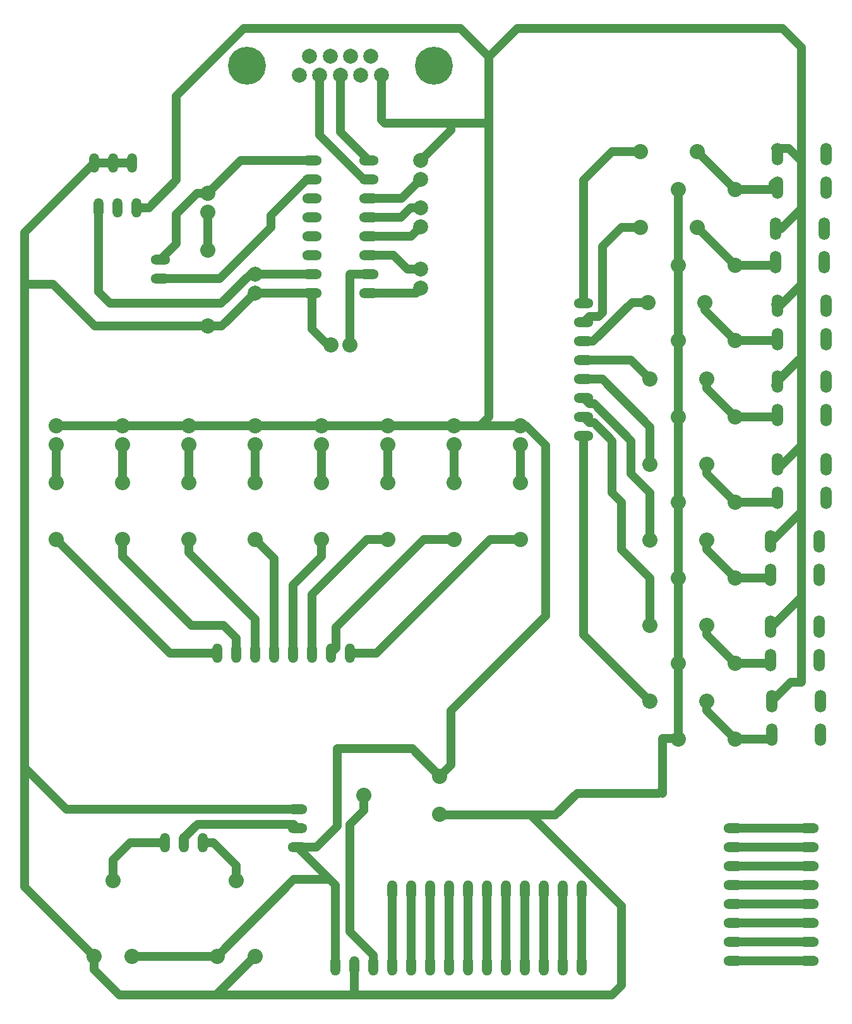
<source format=gbl>
%TF.GenerationSoftware,KiCad,Pcbnew,(5.1.6)-1*%
%TF.CreationDate,2020-09-08T14:10:30-05:00*%
%TF.ProjectId,Pr_ctica 1,5072e163-7469-4636-9120-312e6b696361,rev?*%
%TF.SameCoordinates,Original*%
%TF.FileFunction,Copper,L2,Bot*%
%TF.FilePolarity,Positive*%
%FSLAX46Y46*%
G04 Gerber Fmt 4.6, Leading zero omitted, Abs format (unit mm)*
G04 Created by KiCad (PCBNEW (5.1.6)-1) date 2020-09-08 14:10:30*
%MOMM*%
%LPD*%
G01*
G04 APERTURE LIST*
%TA.AperFunction,ComponentPad*%
%ADD10C,2.032000*%
%TD*%
%TA.AperFunction,ComponentPad*%
%ADD11O,1.320800X2.641600*%
%TD*%
%TA.AperFunction,ComponentPad*%
%ADD12O,2.641600X1.320800*%
%TD*%
%TA.AperFunction,ComponentPad*%
%ADD13C,5.080000*%
%TD*%
%TA.AperFunction,ComponentPad*%
%ADD14C,1.998980*%
%TD*%
%TA.AperFunction,ComponentPad*%
%ADD15O,1.506220X3.014980*%
%TD*%
%TA.AperFunction,Conductor*%
%ADD16C,1.200000*%
%TD*%
G04 APERTURE END LIST*
D10*
%TO.P,C3,2*%
%TO.N,Net-(C3-Pad2)*%
X103251000Y-99568000D03*
%TO.P,C3,1*%
%TO.N,+5VA*%
X100711000Y-99568000D03*
%TD*%
%TO.P,R9,1*%
%TO.N,Net-(D9-Pad2)*%
X84201000Y-86868000D03*
%TO.P,R9,2*%
%TO.N,+5VA*%
X84201000Y-97028000D03*
%TD*%
%TO.P,D3,2*%
%TO.N,Net-(D3-Pad2)*%
X108331000Y-112903000D03*
%TO.P,D3,1*%
%TO.N,GNDA*%
X108331000Y-110363000D03*
%TD*%
D11*
%TO.P,JP6,11*%
%TO.N,Net-(JP5-Pad14)*%
X134366000Y-172593000D03*
%TO.P,JP6,10*%
%TO.N,Net-(JP5-Pad13)*%
X131826000Y-172593000D03*
%TO.P,JP6,9*%
%TO.N,Net-(JP5-Pad12)*%
X129286000Y-172593000D03*
%TO.P,JP6,8*%
%TO.N,Net-(JP5-Pad11)*%
X126746000Y-172593000D03*
%TO.P,JP6,7*%
%TO.N,Net-(JP5-Pad10)*%
X124206000Y-172593000D03*
%TO.P,JP6,6*%
%TO.N,Net-(JP5-Pad9)*%
X121666000Y-172593000D03*
%TO.P,JP6,5*%
%TO.N,Net-(JP5-Pad8)*%
X119126000Y-172593000D03*
%TO.P,JP6,4*%
%TO.N,Net-(JP5-Pad7)*%
X116586000Y-172593000D03*
%TO.P,JP6,3*%
%TO.N,Net-(JP5-Pad6)*%
X114046000Y-172593000D03*
%TO.P,JP6,2*%
%TO.N,Net-(JP5-Pad5)*%
X111506000Y-172593000D03*
%TO.P,JP6,1*%
%TO.N,Net-(JP5-Pad4)*%
X108966000Y-172593000D03*
%TD*%
D12*
%TO.P,JP7,2*%
%TO.N,Net-(D9-Pad1)*%
X77851000Y-88138000D03*
%TO.P,JP7,1*%
%TO.N,Net-(JP7-Pad1)*%
X77851000Y-90678000D03*
%TD*%
D11*
%TO.P,JP3,3*%
%TO.N,Net-(JP3-Pad3)*%
X83566000Y-166243000D03*
%TO.P,JP3,2*%
%TO.N,Net-(JP3-Pad2)*%
X81026000Y-166243000D03*
%TO.P,JP3,1*%
%TO.N,Net-(JP3-Pad1)*%
X78486000Y-166243000D03*
%TD*%
D13*
%TO.P,X1,G2*%
%TO.N,N/C*%
X114503200Y-62103000D03*
%TO.P,X1,G1*%
X89458800Y-62103000D03*
D14*
%TO.P,X1,9*%
X106095800Y-60833000D03*
%TO.P,X1,8*%
X103352600Y-60833000D03*
%TO.P,X1,7*%
X100609400Y-60833000D03*
%TO.P,X1,6*%
X97866200Y-60833000D03*
%TO.P,X1,5*%
%TO.N,GNDA*%
X107467400Y-63373000D03*
%TO.P,X1,4*%
%TO.N,N/C*%
X104724200Y-63373000D03*
%TO.P,X1,3*%
%TO.N,Net-(U2-Pad8)*%
X101981000Y-63373000D03*
%TO.P,X1,2*%
%TO.N,Net-(U2-Pad7)*%
X99237800Y-63373000D03*
%TO.P,X1,1*%
%TO.N,N/C*%
X96494600Y-63373000D03*
%TD*%
D12*
%TO.P,U2,16*%
%TO.N,+5VA*%
X98171000Y-92583000D03*
%TO.P,U2,15*%
%TO.N,GNDA*%
X98171000Y-90043000D03*
%TO.P,U2,14*%
%TO.N,N/C*%
X98171000Y-87503000D03*
%TO.P,U2,13*%
X98171000Y-84963000D03*
%TO.P,U2,12*%
X98171000Y-82423000D03*
%TO.P,U2,11*%
X98171000Y-79883000D03*
%TO.P,U2,10*%
%TO.N,Net-(JP7-Pad1)*%
X98171000Y-77343000D03*
%TO.P,U2,9*%
%TO.N,Net-(D9-Pad1)*%
X98171000Y-74803000D03*
%TO.P,U2,8*%
%TO.N,Net-(U2-Pad8)*%
X105791000Y-74803000D03*
%TO.P,U2,7*%
%TO.N,Net-(U2-Pad7)*%
X105791000Y-77343000D03*
%TO.P,U2,6*%
%TO.N,Net-(C4-Pad2)*%
X105791000Y-79883000D03*
%TO.P,U2,5*%
%TO.N,Net-(C2-Pad2)*%
X105791000Y-82423000D03*
%TO.P,U2,4*%
%TO.N,Net-(C2-Pad1)*%
X105791000Y-84963000D03*
%TO.P,U2,3*%
%TO.N,Net-(C1-Pad2)*%
X105791000Y-87503000D03*
%TO.P,U2,2*%
%TO.N,Net-(C3-Pad2)*%
X105791000Y-90043000D03*
%TO.P,U2,1*%
%TO.N,Net-(C1-Pad1)*%
X105791000Y-92583000D03*
%TD*%
%TO.P,U1,1*%
%TO.N,+5VA*%
X96266000Y-161798000D03*
%TO.P,U1,2*%
%TO.N,Net-(JP3-Pad2)*%
X96266000Y-164338000D03*
%TO.P,U1,3*%
%TO.N,GNDA*%
X96266000Y-166878000D03*
%TD*%
D15*
%TO.P,S8,4*%
%TO.N,N/C*%
X167078660Y-78447900D03*
%TO.P,S8,3*%
%TO.N,Net-(R17-Pad2)*%
X160581340Y-78447900D03*
%TO.P,S8,2*%
%TO.N,N/C*%
X167078660Y-73952100D03*
%TO.P,S8,1*%
%TO.N,GNDA*%
X160581340Y-73952100D03*
%TD*%
%TO.P,S7,4*%
%TO.N,N/C*%
X166824660Y-88480900D03*
%TO.P,S7,3*%
%TO.N,Net-(R16-Pad2)*%
X160327340Y-88480900D03*
%TO.P,S7,2*%
%TO.N,N/C*%
X166824660Y-83985100D03*
%TO.P,S7,1*%
%TO.N,GNDA*%
X160327340Y-83985100D03*
%TD*%
%TO.P,S6,4*%
%TO.N,N/C*%
X167078660Y-98767900D03*
%TO.P,S6,3*%
%TO.N,Net-(R15-Pad2)*%
X160581340Y-98767900D03*
%TO.P,S6,2*%
%TO.N,N/C*%
X167078660Y-94272100D03*
%TO.P,S6,1*%
%TO.N,GNDA*%
X160581340Y-94272100D03*
%TD*%
%TO.P,S5,4*%
%TO.N,N/C*%
X167078660Y-108927900D03*
%TO.P,S5,3*%
%TO.N,Net-(R14-Pad2)*%
X160581340Y-108927900D03*
%TO.P,S5,2*%
%TO.N,N/C*%
X167078660Y-104432100D03*
%TO.P,S5,1*%
%TO.N,GNDA*%
X160581340Y-104432100D03*
%TD*%
%TO.P,S4,4*%
%TO.N,N/C*%
X167112977Y-120065800D03*
%TO.P,S4,3*%
%TO.N,Net-(R13-Pad2)*%
X160615657Y-120065800D03*
%TO.P,S4,2*%
%TO.N,N/C*%
X167112977Y-115570000D03*
%TO.P,S4,1*%
%TO.N,GNDA*%
X160615657Y-115570000D03*
%TD*%
%TO.P,S3,4*%
%TO.N,N/C*%
X166189660Y-130390900D03*
%TO.P,S3,3*%
%TO.N,Net-(R12-Pad2)*%
X159692340Y-130390900D03*
%TO.P,S3,2*%
%TO.N,N/C*%
X166189660Y-125895100D03*
%TO.P,S3,1*%
%TO.N,GNDA*%
X159692340Y-125895100D03*
%TD*%
%TO.P,S2,4*%
%TO.N,N/C*%
X166189660Y-141820900D03*
%TO.P,S2,3*%
%TO.N,Net-(R11-Pad2)*%
X159692340Y-141820900D03*
%TO.P,S2,2*%
%TO.N,N/C*%
X166189660Y-137325100D03*
%TO.P,S2,1*%
%TO.N,GNDA*%
X159692340Y-137325100D03*
%TD*%
%TO.P,S1,4*%
%TO.N,N/C*%
X166370000Y-151815800D03*
%TO.P,S1,3*%
%TO.N,Net-(R10-Pad2)*%
X159872680Y-151815800D03*
%TO.P,S1,2*%
%TO.N,N/C*%
X166370000Y-147320000D03*
%TO.P,S1,1*%
%TO.N,GNDA*%
X159872680Y-147320000D03*
%TD*%
D10*
%TO.P,RV3,1*%
%TO.N,+5VA*%
X115316000Y-162433000D03*
%TO.P,RV3,2*%
%TO.N,Net-(JP5-Pad3)*%
X105156000Y-159893000D03*
%TO.P,RV3,3*%
%TO.N,GNDA*%
X115316000Y-157353000D03*
%TD*%
%TO.P,RV2,1*%
%TO.N,GNDA*%
X85471000Y-181483000D03*
%TO.P,RV2,2*%
%TO.N,Net-(JP3-Pad3)*%
X88011000Y-171323000D03*
%TO.P,RV2,3*%
%TO.N,+5VA*%
X90551000Y-181483000D03*
%TD*%
%TO.P,RV1,1*%
%TO.N,+5VA*%
X68961000Y-181483000D03*
%TO.P,RV1,2*%
%TO.N,Net-(JP3-Pad1)*%
X71501000Y-171323000D03*
%TO.P,RV1,3*%
%TO.N,GNDA*%
X74041000Y-181483000D03*
%TD*%
%TO.P,R25,2*%
%TO.N,Net-(R17-Pad2)*%
X154940000Y-78740000D03*
%TO.P,R25,1*%
%TO.N,+5VA*%
X147320000Y-78740000D03*
%TD*%
%TO.P,R24,2*%
%TO.N,Net-(R16-Pad2)*%
X154940000Y-88900000D03*
%TO.P,R24,1*%
%TO.N,+5VA*%
X147320000Y-88900000D03*
%TD*%
%TO.P,R23,2*%
%TO.N,Net-(R15-Pad2)*%
X154940000Y-98933000D03*
%TO.P,R23,1*%
%TO.N,+5VA*%
X147320000Y-98933000D03*
%TD*%
%TO.P,R22,2*%
%TO.N,Net-(R14-Pad2)*%
X154940000Y-109220000D03*
%TO.P,R22,1*%
%TO.N,+5VA*%
X147320000Y-109220000D03*
%TD*%
%TO.P,R21,2*%
%TO.N,Net-(R13-Pad2)*%
X154940000Y-120650000D03*
%TO.P,R21,1*%
%TO.N,+5VA*%
X147320000Y-120650000D03*
%TD*%
%TO.P,R20,2*%
%TO.N,Net-(R12-Pad2)*%
X154940000Y-130810000D03*
%TO.P,R20,1*%
%TO.N,+5VA*%
X147320000Y-130810000D03*
%TD*%
%TO.P,R19,2*%
%TO.N,Net-(R11-Pad2)*%
X154940000Y-142240000D03*
%TO.P,R19,1*%
%TO.N,+5VA*%
X147320000Y-142240000D03*
%TD*%
%TO.P,R18,2*%
%TO.N,Net-(R10-Pad2)*%
X154940000Y-152400000D03*
%TO.P,R18,1*%
%TO.N,+5VA*%
X147320000Y-152400000D03*
%TD*%
%TO.P,R17,2*%
%TO.N,Net-(R17-Pad2)*%
X149860000Y-73660000D03*
%TO.P,R17,1*%
%TO.N,Net-(JP8-Pad8)*%
X142240000Y-73660000D03*
%TD*%
%TO.P,R16,2*%
%TO.N,Net-(R16-Pad2)*%
X149860000Y-83820000D03*
%TO.P,R16,1*%
%TO.N,Net-(JP8-Pad7)*%
X142240000Y-83820000D03*
%TD*%
%TO.P,R15,2*%
%TO.N,Net-(R15-Pad2)*%
X150876000Y-93853000D03*
%TO.P,R15,1*%
%TO.N,Net-(JP8-Pad6)*%
X143256000Y-93853000D03*
%TD*%
%TO.P,R14,2*%
%TO.N,Net-(R14-Pad2)*%
X151130000Y-104140000D03*
%TO.P,R14,1*%
%TO.N,Net-(JP8-Pad5)*%
X143510000Y-104140000D03*
%TD*%
%TO.P,R13,2*%
%TO.N,Net-(R13-Pad2)*%
X151130000Y-115570000D03*
%TO.P,R13,1*%
%TO.N,Net-(JP8-Pad4)*%
X143510000Y-115570000D03*
%TD*%
%TO.P,R12,2*%
%TO.N,Net-(R12-Pad2)*%
X151130000Y-125730000D03*
%TO.P,R12,1*%
%TO.N,Net-(JP8-Pad3)*%
X143510000Y-125730000D03*
%TD*%
%TO.P,R11,2*%
%TO.N,Net-(R11-Pad2)*%
X151130000Y-137160000D03*
%TO.P,R11,1*%
%TO.N,Net-(JP8-Pad2)*%
X143510000Y-137160000D03*
%TD*%
%TO.P,R10,2*%
%TO.N,Net-(R10-Pad2)*%
X151130000Y-147320000D03*
%TO.P,R10,1*%
%TO.N,Net-(JP8-Pad1)*%
X143510000Y-147320000D03*
%TD*%
%TO.P,R8,2*%
%TO.N,Net-(D8-Pad2)*%
X63881000Y-117983000D03*
%TO.P,R8,1*%
%TO.N,Net-(JP4-Pad8)*%
X63881000Y-125603000D03*
%TD*%
%TO.P,R7,2*%
%TO.N,Net-(D7-Pad2)*%
X72771000Y-117983000D03*
%TO.P,R7,1*%
%TO.N,Net-(JP4-Pad7)*%
X72771000Y-125603000D03*
%TD*%
%TO.P,R6,2*%
%TO.N,Net-(D6-Pad2)*%
X81661000Y-117983000D03*
%TO.P,R6,1*%
%TO.N,Net-(JP4-Pad6)*%
X81661000Y-125603000D03*
%TD*%
%TO.P,R5,2*%
%TO.N,Net-(D5-Pad2)*%
X90551000Y-117983000D03*
%TO.P,R5,1*%
%TO.N,Net-(JP4-Pad5)*%
X90551000Y-125603000D03*
%TD*%
%TO.P,R4,2*%
%TO.N,Net-(D4-Pad2)*%
X99441000Y-117983000D03*
%TO.P,R4,1*%
%TO.N,Net-(JP4-Pad4)*%
X99441000Y-125603000D03*
%TD*%
%TO.P,R3,2*%
%TO.N,Net-(D3-Pad2)*%
X108331000Y-117983000D03*
%TO.P,R3,1*%
%TO.N,Net-(JP4-Pad3)*%
X108331000Y-125603000D03*
%TD*%
%TO.P,R2,2*%
%TO.N,Net-(D2-Pad2)*%
X117221000Y-117983000D03*
%TO.P,R2,1*%
%TO.N,Net-(JP4-Pad2)*%
X117221000Y-125603000D03*
%TD*%
%TO.P,R1,2*%
%TO.N,Net-(D1-Pad2)*%
X126111000Y-117983000D03*
%TO.P,R1,1*%
%TO.N,Net-(JP4-Pad1)*%
X126111000Y-125603000D03*
%TD*%
D12*
%TO.P,JP10,1*%
%TO.N,Net-(JP10-Pad1)*%
X154686000Y-182118000D03*
%TO.P,JP10,2*%
%TO.N,Net-(JP10-Pad2)*%
X154686000Y-179578000D03*
%TO.P,JP10,3*%
%TO.N,Net-(JP10-Pad3)*%
X154686000Y-177038000D03*
%TO.P,JP10,4*%
%TO.N,Net-(JP10-Pad4)*%
X154686000Y-174498000D03*
%TO.P,JP10,5*%
%TO.N,Net-(JP10-Pad5)*%
X154686000Y-171958000D03*
%TO.P,JP10,6*%
%TO.N,Net-(JP10-Pad6)*%
X154686000Y-169418000D03*
%TO.P,JP10,7*%
%TO.N,Net-(JP10-Pad7)*%
X154686000Y-166878000D03*
%TO.P,JP10,8*%
%TO.N,Net-(JP10-Pad8)*%
X154686000Y-164338000D03*
%TD*%
%TO.P,JP9,1*%
%TO.N,Net-(JP10-Pad1)*%
X164846000Y-182118000D03*
%TO.P,JP9,2*%
%TO.N,Net-(JP10-Pad2)*%
X164846000Y-179578000D03*
%TO.P,JP9,3*%
%TO.N,Net-(JP10-Pad3)*%
X164846000Y-177038000D03*
%TO.P,JP9,4*%
%TO.N,Net-(JP10-Pad4)*%
X164846000Y-174498000D03*
%TO.P,JP9,5*%
%TO.N,Net-(JP10-Pad5)*%
X164846000Y-171958000D03*
%TO.P,JP9,6*%
%TO.N,Net-(JP10-Pad6)*%
X164846000Y-169418000D03*
%TO.P,JP9,7*%
%TO.N,Net-(JP10-Pad7)*%
X164846000Y-166878000D03*
%TO.P,JP9,8*%
%TO.N,Net-(JP10-Pad8)*%
X164846000Y-164338000D03*
%TD*%
%TO.P,JP8,1*%
%TO.N,Net-(JP8-Pad1)*%
X134620000Y-111760000D03*
%TO.P,JP8,2*%
%TO.N,Net-(JP8-Pad2)*%
X134620000Y-109220000D03*
%TO.P,JP8,3*%
%TO.N,Net-(JP8-Pad3)*%
X134620000Y-106680000D03*
%TO.P,JP8,4*%
%TO.N,Net-(JP8-Pad4)*%
X134620000Y-104140000D03*
%TO.P,JP8,5*%
%TO.N,Net-(JP8-Pad5)*%
X134620000Y-101600000D03*
%TO.P,JP8,6*%
%TO.N,Net-(JP8-Pad6)*%
X134620000Y-99060000D03*
%TO.P,JP8,7*%
%TO.N,Net-(JP8-Pad7)*%
X134620000Y-96520000D03*
%TO.P,JP8,8*%
%TO.N,Net-(JP8-Pad8)*%
X134620000Y-93980000D03*
%TD*%
D11*
%TO.P,JP5,1*%
%TO.N,GNDA*%
X101346000Y-182753000D03*
%TO.P,JP5,2*%
%TO.N,+5VA*%
X103886000Y-182753000D03*
%TO.P,JP5,3*%
%TO.N,Net-(JP5-Pad3)*%
X106426000Y-182753000D03*
%TO.P,JP5,4*%
%TO.N,Net-(JP5-Pad4)*%
X108966000Y-182753000D03*
%TO.P,JP5,5*%
%TO.N,Net-(JP5-Pad5)*%
X111506000Y-182753000D03*
%TO.P,JP5,6*%
%TO.N,Net-(JP5-Pad6)*%
X114046000Y-182753000D03*
%TO.P,JP5,7*%
%TO.N,Net-(JP5-Pad7)*%
X116586000Y-182753000D03*
%TO.P,JP5,8*%
%TO.N,Net-(JP5-Pad8)*%
X119126000Y-182753000D03*
%TO.P,JP5,9*%
%TO.N,Net-(JP5-Pad9)*%
X121666000Y-182753000D03*
%TO.P,JP5,10*%
%TO.N,Net-(JP5-Pad10)*%
X124206000Y-182753000D03*
%TO.P,JP5,11*%
%TO.N,Net-(JP5-Pad11)*%
X126746000Y-182753000D03*
%TO.P,JP5,12*%
%TO.N,Net-(JP5-Pad12)*%
X129286000Y-182753000D03*
%TO.P,JP5,13*%
%TO.N,Net-(JP5-Pad13)*%
X131826000Y-182753000D03*
%TO.P,JP5,14*%
%TO.N,Net-(JP5-Pad14)*%
X134366000Y-182753000D03*
%TD*%
%TO.P,JP4,1*%
%TO.N,Net-(JP4-Pad1)*%
X103251000Y-140843000D03*
%TO.P,JP4,2*%
%TO.N,Net-(JP4-Pad2)*%
X100711000Y-140843000D03*
%TO.P,JP4,3*%
%TO.N,Net-(JP4-Pad3)*%
X98171000Y-140843000D03*
%TO.P,JP4,4*%
%TO.N,Net-(JP4-Pad4)*%
X95631000Y-140843000D03*
%TO.P,JP4,5*%
%TO.N,Net-(JP4-Pad5)*%
X93091000Y-140843000D03*
%TO.P,JP4,6*%
%TO.N,Net-(JP4-Pad6)*%
X90551000Y-140843000D03*
%TO.P,JP4,7*%
%TO.N,Net-(JP4-Pad7)*%
X88011000Y-140843000D03*
%TO.P,JP4,8*%
%TO.N,Net-(JP4-Pad8)*%
X85471000Y-140843000D03*
%TD*%
%TO.P,JP3,1*%
%TO.N,Net-(JP3-Pad1)*%
X78486000Y-166243000D03*
%TO.P,JP3,2*%
%TO.N,Net-(JP3-Pad2)*%
X81026000Y-166243000D03*
%TO.P,JP3,3*%
%TO.N,Net-(JP3-Pad3)*%
X83566000Y-166243000D03*
%TD*%
%TO.P,JP2,1*%
%TO.N,+5VA*%
X68961000Y-75184000D03*
%TO.P,JP2,2*%
X71501000Y-75184000D03*
%TO.P,JP2,3*%
X74041000Y-75184000D03*
%TD*%
%TO.P,JP1,1*%
%TO.N,GNDA*%
X69596000Y-81153000D03*
%TO.P,JP1,2*%
X72136000Y-81153000D03*
%TO.P,JP1,3*%
X74676000Y-81153000D03*
%TD*%
D10*
%TO.P,D9,2*%
%TO.N,Net-(D9-Pad2)*%
X84201000Y-81788000D03*
%TO.P,D9,1*%
%TO.N,Net-(D9-Pad1)*%
X84201000Y-79248000D03*
%TD*%
%TO.P,D8,2*%
%TO.N,Net-(D8-Pad2)*%
X63881000Y-112903000D03*
%TO.P,D8,1*%
%TO.N,GNDA*%
X63881000Y-110363000D03*
%TD*%
%TO.P,D7,2*%
%TO.N,Net-(D7-Pad2)*%
X72771000Y-112903000D03*
%TO.P,D7,1*%
%TO.N,GNDA*%
X72771000Y-110363000D03*
%TD*%
%TO.P,D6,2*%
%TO.N,Net-(D6-Pad2)*%
X81661000Y-112903000D03*
%TO.P,D6,1*%
%TO.N,GNDA*%
X81661000Y-110363000D03*
%TD*%
%TO.P,D5,2*%
%TO.N,Net-(D5-Pad2)*%
X90551000Y-112903000D03*
%TO.P,D5,1*%
%TO.N,GNDA*%
X90551000Y-110363000D03*
%TD*%
%TO.P,D4,2*%
%TO.N,Net-(D4-Pad2)*%
X99441000Y-112903000D03*
%TO.P,D4,1*%
%TO.N,GNDA*%
X99441000Y-110363000D03*
%TD*%
%TO.P,D2,2*%
%TO.N,Net-(D2-Pad2)*%
X117221000Y-112903000D03*
%TO.P,D2,1*%
%TO.N,GNDA*%
X117221000Y-110363000D03*
%TD*%
%TO.P,D1,2*%
%TO.N,Net-(D1-Pad2)*%
X126111000Y-112903000D03*
%TO.P,D1,1*%
%TO.N,GNDA*%
X126111000Y-110363000D03*
%TD*%
D14*
%TO.P,C5,2*%
%TO.N,GNDA*%
X90551000Y-90043000D03*
%TO.P,C5,1*%
%TO.N,+5VA*%
X90551000Y-92583000D03*
%TD*%
%TO.P,C4,2*%
%TO.N,Net-(C4-Pad2)*%
X112776000Y-77343000D03*
%TO.P,C4,1*%
%TO.N,GNDA*%
X112776000Y-74803000D03*
%TD*%
%TO.P,C2,2*%
%TO.N,Net-(C2-Pad2)*%
X112776000Y-81153000D03*
%TO.P,C2,1*%
%TO.N,Net-(C2-Pad1)*%
X112776000Y-83693000D03*
%TD*%
%TO.P,C1,2*%
%TO.N,Net-(C1-Pad2)*%
X112776000Y-89408000D03*
%TO.P,C1,1*%
%TO.N,Net-(C1-Pad1)*%
X112776000Y-91948000D03*
%TD*%
D16*
%TO.N,Net-(C1-Pad1)*%
X112141000Y-92583000D02*
X112776000Y-91948000D01*
X105791000Y-92583000D02*
X112141000Y-92583000D01*
%TO.N,Net-(C1-Pad2)*%
X112776000Y-89408000D02*
X110998000Y-89408000D01*
X109093000Y-87503000D02*
X105791000Y-87503000D01*
X110998000Y-89408000D02*
X109093000Y-87503000D01*
%TO.N,Net-(C2-Pad1)*%
X111506000Y-84963000D02*
X105791000Y-84963000D01*
X112776000Y-83693000D02*
X111506000Y-84963000D01*
%TO.N,Net-(C2-Pad2)*%
X110111490Y-82423000D02*
X105791000Y-82423000D01*
X111381490Y-81153000D02*
X110111490Y-82423000D01*
X112776000Y-81153000D02*
X111381490Y-81153000D01*
%TO.N,Net-(C3-Pad2)*%
X103270200Y-90043000D02*
X105791000Y-90043000D01*
X103251000Y-90062200D02*
X103270200Y-90043000D01*
X103251000Y-99568000D02*
X103251000Y-90062200D01*
%TO.N,GNDA*%
X107467400Y-63373000D02*
X107467400Y-69367400D01*
X107467400Y-69367400D02*
X107950000Y-69850000D01*
X112776000Y-74803000D02*
X116840000Y-70739000D01*
X116840000Y-70739000D02*
X116840000Y-69850000D01*
X107950000Y-69850000D02*
X116840000Y-69850000D01*
X90551000Y-90043000D02*
X98171000Y-90043000D01*
X69596000Y-81153000D02*
X69596000Y-92456000D01*
X69596000Y-92456000D02*
X71120000Y-93980000D01*
X86034912Y-93980000D02*
X89971912Y-90043000D01*
X89971912Y-90043000D02*
X90551000Y-90043000D01*
X71120000Y-93980000D02*
X86034912Y-93980000D01*
X121920000Y-60960000D02*
X121920000Y-69850000D01*
X76327000Y-81153000D02*
X80010000Y-77470000D01*
X74676000Y-81153000D02*
X76327000Y-81153000D01*
X80010000Y-77470000D02*
X80010000Y-66152758D01*
X121920000Y-69850000D02*
X116840000Y-69850000D01*
X80010000Y-66152758D02*
X89012758Y-57150000D01*
X118110000Y-57150000D02*
X121920000Y-60960000D01*
X89012758Y-57150000D02*
X118110000Y-57150000D01*
X121920000Y-109220000D02*
X120777000Y-110363000D01*
X126111000Y-110363000D02*
X120777000Y-110363000D01*
X121920000Y-69850000D02*
X121920000Y-109220000D01*
X120777000Y-110363000D02*
X63881000Y-110363000D01*
X74041000Y-181483000D02*
X85471000Y-181483000D01*
X101346000Y-182753000D02*
X101346000Y-171958000D01*
X100584000Y-171196000D02*
X95758000Y-171196000D01*
X100584000Y-171196000D02*
X96266000Y-166878000D01*
X95758000Y-171196000D02*
X85471000Y-181483000D01*
X101346000Y-171958000D02*
X100584000Y-171196000D01*
X98786800Y-166878000D02*
X101600000Y-164064800D01*
X96266000Y-166878000D02*
X98786800Y-166878000D01*
X101600000Y-164064800D02*
X101600000Y-153670000D01*
X121920000Y-60960000D02*
X125730000Y-57150000D01*
X162397440Y-144780000D02*
X159692340Y-147485100D01*
X163830000Y-144780000D02*
X162397440Y-144780000D01*
X162090100Y-73190100D02*
X163830000Y-74930000D01*
X160327340Y-73190100D02*
X162090100Y-73190100D01*
X163830000Y-68580000D02*
X163830000Y-74930000D01*
X161124900Y-83985100D02*
X163830000Y-81280000D01*
X163830000Y-74930000D02*
X163830000Y-81280000D01*
X160327340Y-83985100D02*
X161124900Y-83985100D01*
X161124900Y-94145100D02*
X163830000Y-91440000D01*
X160327340Y-94145100D02*
X161124900Y-94145100D01*
X163830000Y-81280000D02*
X163830000Y-91440000D01*
X160327340Y-104940100D02*
X160489900Y-104940100D01*
X163830000Y-91440000D02*
X163830000Y-101600000D01*
X161124900Y-115735100D02*
X163830000Y-113030000D01*
X163830000Y-101600000D02*
X163830000Y-113030000D01*
X159854900Y-125895100D02*
X163830000Y-121920000D01*
X159692340Y-125895100D02*
X159854900Y-125895100D01*
X163830000Y-113030000D02*
X163830000Y-121920000D01*
X159692340Y-137325100D02*
X159854900Y-137325100D01*
X159854900Y-137325100D02*
X163830000Y-133350000D01*
X163830000Y-121920000D02*
X163830000Y-133350000D01*
X163830000Y-133350000D02*
X163830000Y-144780000D01*
X163413440Y-101600000D02*
X160581340Y-104432100D01*
X163830000Y-101600000D02*
X163413440Y-101600000D01*
X125730000Y-57150000D02*
X161290000Y-57150000D01*
X163830000Y-59690000D02*
X163830000Y-68580000D01*
X161290000Y-57150000D02*
X163830000Y-59690000D01*
X111633000Y-153670000D02*
X115316000Y-157353000D01*
X101600000Y-153670000D02*
X111633000Y-153670000D01*
X116840000Y-155829000D02*
X115316000Y-157353000D01*
X126873000Y-110363000D02*
X129540000Y-113030000D01*
X126111000Y-110363000D02*
X126873000Y-110363000D01*
X129540000Y-113030000D02*
X129540000Y-135890000D01*
X116840000Y-148590000D02*
X116840000Y-155829000D01*
X129540000Y-135890000D02*
X116840000Y-148590000D01*
%TO.N,Net-(C4-Pad2)*%
X110236000Y-79883000D02*
X105791000Y-79883000D01*
X112776000Y-77343000D02*
X110236000Y-79883000D01*
%TO.N,Net-(D1-Pad2)*%
X126111000Y-112903000D02*
X126111000Y-117983000D01*
%TO.N,Net-(D2-Pad2)*%
X117221000Y-112903000D02*
X117221000Y-117983000D01*
%TO.N,Net-(D3-Pad2)*%
X108331000Y-112903000D02*
X108331000Y-117983000D01*
%TO.N,Net-(D4-Pad2)*%
X99441000Y-112903000D02*
X99441000Y-117983000D01*
%TO.N,Net-(D5-Pad2)*%
X90551000Y-117983000D02*
X90551000Y-112903000D01*
%TO.N,Net-(D6-Pad2)*%
X81661000Y-112903000D02*
X81661000Y-117983000D01*
%TO.N,Net-(D7-Pad2)*%
X72771000Y-112903000D02*
X72771000Y-117983000D01*
%TO.N,Net-(D8-Pad2)*%
X63881000Y-112903000D02*
X63881000Y-117983000D01*
%TO.N,Net-(D9-Pad1)*%
X88646000Y-74803000D02*
X98171000Y-74803000D01*
X84201000Y-79248000D02*
X88646000Y-74803000D01*
X82764160Y-79248000D02*
X80010000Y-82002160D01*
X84201000Y-79248000D02*
X82764160Y-79248000D01*
X80010000Y-85979000D02*
X77851000Y-88138000D01*
X80010000Y-82002160D02*
X80010000Y-85979000D01*
%TO.N,Net-(D9-Pad2)*%
X84201000Y-81788000D02*
X84201000Y-86868000D01*
%TO.N,+5VA*%
X97018410Y-92583000D02*
X98171000Y-92583000D01*
X98171000Y-92583000D02*
X98171000Y-97409000D01*
X100330000Y-99568000D02*
X100711000Y-99568000D01*
X98171000Y-97409000D02*
X100330000Y-99568000D01*
X90551000Y-92583000D02*
X97018410Y-92583000D01*
X59690000Y-84455000D02*
X68961000Y-75184000D01*
X68961000Y-75184000D02*
X74041000Y-75184000D01*
X68961000Y-181483000D02*
X68961000Y-183261000D01*
X68961000Y-183261000D02*
X72390000Y-186690000D01*
X85344000Y-186690000D02*
X90551000Y-181483000D01*
X72390000Y-186690000D02*
X85344000Y-186690000D01*
X138430000Y-186690000D02*
X139700000Y-185420000D01*
X139700000Y-174765691D02*
X127494309Y-162560000D01*
X139700000Y-185420000D02*
X139700000Y-174765691D01*
X115443000Y-162560000D02*
X115316000Y-162433000D01*
X127494309Y-162560000D02*
X115443000Y-162560000D01*
X127494309Y-162560000D02*
X130810000Y-162560000D01*
X130810000Y-162560000D02*
X133731000Y-159639000D01*
X103886000Y-186436000D02*
X104140000Y-186690000D01*
X103886000Y-182753000D02*
X103886000Y-186436000D01*
X85344000Y-186690000D02*
X104140000Y-186690000D01*
X104140000Y-186690000D02*
X138430000Y-186690000D01*
X147320000Y-152400000D02*
X147320000Y-142240000D01*
X147320000Y-130810000D02*
X147320000Y-142240000D01*
X147320000Y-130810000D02*
X147320000Y-120650000D01*
X147320000Y-120650000D02*
X147320000Y-109220000D01*
X147320000Y-98933000D02*
X147320000Y-107950000D01*
X147320000Y-107950000D02*
X147320000Y-109220000D01*
X147320000Y-88900000D02*
X147320000Y-98933000D01*
X147320000Y-88900000D02*
X147320000Y-78740000D01*
X59690000Y-91440000D02*
X63500000Y-91440000D01*
X63500000Y-91440000D02*
X69088000Y-97028000D01*
X69088000Y-97028000D02*
X84201000Y-97028000D01*
X147193000Y-152273000D02*
X147320000Y-152400000D01*
X145161000Y-152273000D02*
X147193000Y-152273000D01*
X96266000Y-161798000D02*
X65278000Y-161798000D01*
X65278000Y-161798000D02*
X59690000Y-156210000D01*
X59690000Y-101600000D02*
X59690000Y-90170000D01*
X59690000Y-91440000D02*
X59690000Y-90170000D01*
X59690000Y-90170000D02*
X59690000Y-84455000D01*
X144653000Y-159639000D02*
X145161000Y-159131000D01*
X133731000Y-159639000D02*
X144653000Y-159639000D01*
X145161000Y-159639000D02*
X145161000Y-159131000D01*
X145161000Y-159131000D02*
X145161000Y-152273000D01*
X86106000Y-97028000D02*
X90551000Y-92583000D01*
X84201000Y-97028000D02*
X86106000Y-97028000D01*
X59690000Y-172212000D02*
X68961000Y-181483000D01*
X59690000Y-154940000D02*
X59690000Y-172212000D01*
X59690000Y-154940000D02*
X59690000Y-101600000D01*
X59690000Y-156210000D02*
X59690000Y-154940000D01*
%TO.N,Net-(JP3-Pad3)*%
X83566000Y-166243000D02*
X84963000Y-166243000D01*
X88011000Y-169291000D02*
X88011000Y-171323000D01*
X84963000Y-166243000D02*
X88011000Y-169291000D01*
%TO.N,Net-(JP3-Pad2)*%
X81026000Y-165621691D02*
X81026000Y-166243000D01*
X95742190Y-163814190D02*
X82833501Y-163814190D01*
X82833501Y-163814190D02*
X81026000Y-165621691D01*
X96266000Y-164338000D02*
X95742190Y-163814190D01*
%TO.N,Net-(JP3-Pad1)*%
X78486000Y-166243000D02*
X73787000Y-166243000D01*
X71501000Y-168529000D02*
X71501000Y-171323000D01*
X73787000Y-166243000D02*
X71501000Y-168529000D01*
%TO.N,Net-(JP4-Pad8)*%
X79121000Y-140843000D02*
X85471000Y-140843000D01*
X63881000Y-125603000D02*
X79121000Y-140843000D01*
%TO.N,Net-(JP4-Pad7)*%
X72771000Y-125603000D02*
X72771000Y-127889000D01*
X72771000Y-127889000D02*
X82042000Y-137160000D01*
X88011000Y-138811000D02*
X88011000Y-140843000D01*
X86360000Y-137160000D02*
X88011000Y-138811000D01*
X82042000Y-137160000D02*
X86360000Y-137160000D01*
%TO.N,Net-(JP4-Pad6)*%
X81661000Y-125603000D02*
X81661000Y-127381000D01*
X90551000Y-136271000D02*
X90551000Y-140843000D01*
X81661000Y-127381000D02*
X90551000Y-136271000D01*
%TO.N,Net-(JP4-Pad5)*%
X93091000Y-128143000D02*
X93091000Y-140843000D01*
X90551000Y-125603000D02*
X93091000Y-128143000D01*
%TO.N,Net-(JP4-Pad4)*%
X99441000Y-125603000D02*
X99441000Y-127889000D01*
X95631000Y-131699000D02*
X95631000Y-140843000D01*
X99441000Y-127889000D02*
X95631000Y-131699000D01*
%TO.N,Net-(JP4-Pad3)*%
X108331000Y-125603000D02*
X105537000Y-125603000D01*
X98171000Y-132969000D02*
X98171000Y-140843000D01*
X105537000Y-125603000D02*
X98171000Y-132969000D01*
%TO.N,Net-(JP4-Pad2)*%
X101380999Y-137379001D02*
X101380999Y-140173001D01*
X101380999Y-140173001D02*
X100711000Y-140843000D01*
X113157000Y-125603000D02*
X101380999Y-137379001D01*
X117221000Y-125603000D02*
X113157000Y-125603000D01*
%TO.N,Net-(JP4-Pad1)*%
X103251000Y-140843000D02*
X106807000Y-140843000D01*
X122047000Y-125603000D02*
X126111000Y-125603000D01*
X106807000Y-140843000D02*
X122047000Y-125603000D01*
%TO.N,Net-(JP5-Pad14)*%
X134366000Y-172593000D02*
X134366000Y-182753000D01*
%TO.N,Net-(JP5-Pad13)*%
X131826000Y-172593000D02*
X131826000Y-182753000D01*
%TO.N,Net-(JP5-Pad12)*%
X129286000Y-172593000D02*
X129286000Y-182753000D01*
%TO.N,Net-(JP5-Pad11)*%
X126746000Y-172593000D02*
X126746000Y-182753000D01*
%TO.N,Net-(JP5-Pad10)*%
X124206000Y-172593000D02*
X124206000Y-182753000D01*
%TO.N,Net-(JP5-Pad9)*%
X121666000Y-172593000D02*
X121666000Y-182753000D01*
%TO.N,Net-(JP5-Pad8)*%
X119126000Y-172593000D02*
X119126000Y-182753000D01*
%TO.N,Net-(JP5-Pad7)*%
X116586000Y-172593000D02*
X116586000Y-182753000D01*
%TO.N,Net-(JP5-Pad6)*%
X114046000Y-172593000D02*
X114046000Y-181356000D01*
X114046000Y-181356000D02*
X114046000Y-182753000D01*
%TO.N,Net-(JP5-Pad5)*%
X111506000Y-172593000D02*
X111506000Y-182753000D01*
%TO.N,Net-(JP5-Pad4)*%
X108966000Y-172593000D02*
X108966000Y-182753000D01*
%TO.N,Net-(JP5-Pad3)*%
X105156000Y-159893000D02*
X105156000Y-161982010D01*
X103308010Y-163830000D02*
X103308010Y-178238010D01*
X105156000Y-161982010D02*
X103308010Y-163830000D01*
X106426000Y-181356000D02*
X106426000Y-182753000D01*
X103308010Y-178238010D02*
X106426000Y-181356000D01*
%TO.N,Net-(JP7-Pad1)*%
X77851000Y-90678000D02*
X85852000Y-90678000D01*
X97549691Y-77343000D02*
X98171000Y-77343000D01*
X92710000Y-82182691D02*
X97549691Y-77343000D01*
X92710000Y-83820000D02*
X92710000Y-82182691D01*
X85852000Y-90678000D02*
X92710000Y-83820000D01*
%TO.N,Net-(JP8-Pad8)*%
X134620000Y-93980000D02*
X134620000Y-77470000D01*
X138430000Y-73660000D02*
X142240000Y-73660000D01*
X134620000Y-77470000D02*
X138430000Y-73660000D01*
%TO.N,Net-(JP8-Pad7)*%
X135391590Y-95748410D02*
X136661590Y-95748410D01*
X134620000Y-96520000D02*
X135391590Y-95748410D01*
X136661590Y-95748410D02*
X137160000Y-95250000D01*
X137160000Y-95250000D02*
X137160000Y-86360000D01*
X139700000Y-83820000D02*
X142240000Y-83820000D01*
X137160000Y-86360000D02*
X139700000Y-83820000D01*
%TO.N,Net-(JP8-Pad6)*%
X141097000Y-93853000D02*
X143256000Y-93853000D01*
X134620000Y-99060000D02*
X135890000Y-99060000D01*
X135890000Y-99060000D02*
X141097000Y-93853000D01*
%TO.N,Net-(JP8-Pad5)*%
X140970000Y-101600000D02*
X143510000Y-104140000D01*
X134620000Y-101600000D02*
X140970000Y-101600000D01*
%TO.N,Net-(JP8-Pad4)*%
X143510000Y-110509200D02*
X143510000Y-115570000D01*
X137140800Y-104140000D02*
X143510000Y-110509200D01*
X134620000Y-104140000D02*
X137140800Y-104140000D01*
%TO.N,Net-(JP8-Pad3)*%
X136012899Y-107451590D02*
X140970000Y-112408691D01*
X134620000Y-106680000D02*
X135391590Y-107451590D01*
X135391590Y-107451590D02*
X136012899Y-107451590D01*
X140970000Y-112408691D02*
X140970000Y-116840000D01*
X140970000Y-116840000D02*
X143510000Y-119380000D01*
X143510000Y-119380000D02*
X143510000Y-125730000D01*
%TO.N,Net-(JP8-Pad2)*%
X136012899Y-109991590D02*
X138430000Y-112408691D01*
X134620000Y-109220000D02*
X135391590Y-109991590D01*
X135391590Y-109991590D02*
X136012899Y-109991590D01*
X138430000Y-112408691D02*
X138430000Y-119380000D01*
X138430000Y-119380000D02*
X139700000Y-120650000D01*
X139700000Y-120650000D02*
X139700000Y-127000000D01*
X143510000Y-130810000D02*
X143510000Y-137160000D01*
X139700000Y-127000000D02*
X143510000Y-130810000D01*
%TO.N,Net-(JP8-Pad1)*%
X134620000Y-138430000D02*
X143510000Y-147320000D01*
X134620000Y-111760000D02*
X134620000Y-138430000D01*
%TO.N,Net-(JP10-Pad8)*%
X154686000Y-164338000D02*
X164846000Y-164338000D01*
%TO.N,Net-(JP10-Pad7)*%
X154686000Y-166878000D02*
X164846000Y-166878000D01*
%TO.N,Net-(JP10-Pad6)*%
X154686000Y-169418000D02*
X164846000Y-169418000D01*
%TO.N,Net-(JP10-Pad5)*%
X154686000Y-171958000D02*
X164846000Y-171958000D01*
%TO.N,Net-(JP10-Pad4)*%
X154686000Y-174498000D02*
X164846000Y-174498000D01*
%TO.N,Net-(JP10-Pad3)*%
X154686000Y-177038000D02*
X164846000Y-177038000D01*
%TO.N,Net-(JP10-Pad2)*%
X154686000Y-179578000D02*
X164846000Y-179578000D01*
%TO.N,Net-(JP10-Pad1)*%
X154686000Y-182118000D02*
X164846000Y-182118000D01*
%TO.N,Net-(R10-Pad2)*%
X151130000Y-148590000D02*
X154940000Y-152400000D01*
X151130000Y-147320000D02*
X151130000Y-148590000D01*
X159288480Y-152400000D02*
X159872680Y-151815800D01*
X154940000Y-152400000D02*
X159288480Y-152400000D01*
%TO.N,Net-(R11-Pad2)*%
X159400240Y-142113000D02*
X159692340Y-141820900D01*
X151130000Y-138430000D02*
X154940000Y-142240000D01*
X151130000Y-137160000D02*
X151130000Y-138430000D01*
X159273240Y-142240000D02*
X159692340Y-141820900D01*
X154940000Y-142240000D02*
X159273240Y-142240000D01*
%TO.N,Net-(R12-Pad2)*%
X151130000Y-127000000D02*
X154940000Y-130810000D01*
X151130000Y-125730000D02*
X151130000Y-127000000D01*
X159273240Y-130810000D02*
X159692340Y-130390900D01*
X154940000Y-130810000D02*
X159273240Y-130810000D01*
%TO.N,Net-(R13-Pad2)*%
X151130000Y-116840000D02*
X154940000Y-120650000D01*
X151130000Y-115570000D02*
X151130000Y-116840000D01*
X160031457Y-120650000D02*
X160615657Y-120065800D01*
X154940000Y-120650000D02*
X160031457Y-120650000D01*
%TO.N,Net-(R14-Pad2)*%
X151130000Y-105410000D02*
X154940000Y-109220000D01*
X151130000Y-104140000D02*
X151130000Y-105410000D01*
X160289240Y-109220000D02*
X160581340Y-108927900D01*
X154940000Y-109220000D02*
X160289240Y-109220000D01*
%TO.N,Net-(R15-Pad2)*%
X150876000Y-94869000D02*
X154940000Y-98933000D01*
X150876000Y-93853000D02*
X150876000Y-94869000D01*
X160416240Y-98933000D02*
X160581340Y-98767900D01*
X154940000Y-98933000D02*
X160416240Y-98933000D01*
%TO.N,Net-(R16-Pad2)*%
X149860000Y-83820000D02*
X154940000Y-88900000D01*
X159908240Y-88900000D02*
X160327340Y-88480900D01*
X154940000Y-88900000D02*
X159908240Y-88900000D01*
%TO.N,Net-(R17-Pad2)*%
X160035240Y-77978000D02*
X160327340Y-77685900D01*
X149860000Y-73660000D02*
X154940000Y-78740000D01*
X160289240Y-78740000D02*
X160581340Y-78447900D01*
X154940000Y-78740000D02*
X160289240Y-78740000D01*
%TO.N,Net-(U2-Pad8)*%
X101981000Y-70993000D02*
X105791000Y-74803000D01*
X101981000Y-63373000D02*
X101981000Y-70993000D01*
%TO.N,Net-(U2-Pad7)*%
X105169691Y-77343000D02*
X105791000Y-77343000D01*
X99237800Y-71411109D02*
X105169691Y-77343000D01*
X99237800Y-63373000D02*
X99237800Y-71411109D01*
%TD*%
M02*

</source>
